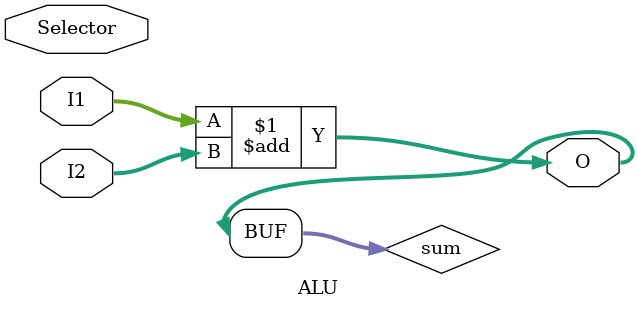
<source format=sv>
/*
As you are given it, this ALU only implements Add
  */

module ALU(input logic  [31:0] I1,

	input logic [31:0] I2,
	input logic [4:0] Selector,
	output logic [31:0] O);
	
	logic [31:0] sum;
	
	assign sum = I1 + I2;
	
   assign O = sum;

	
	endmodule
	
</source>
